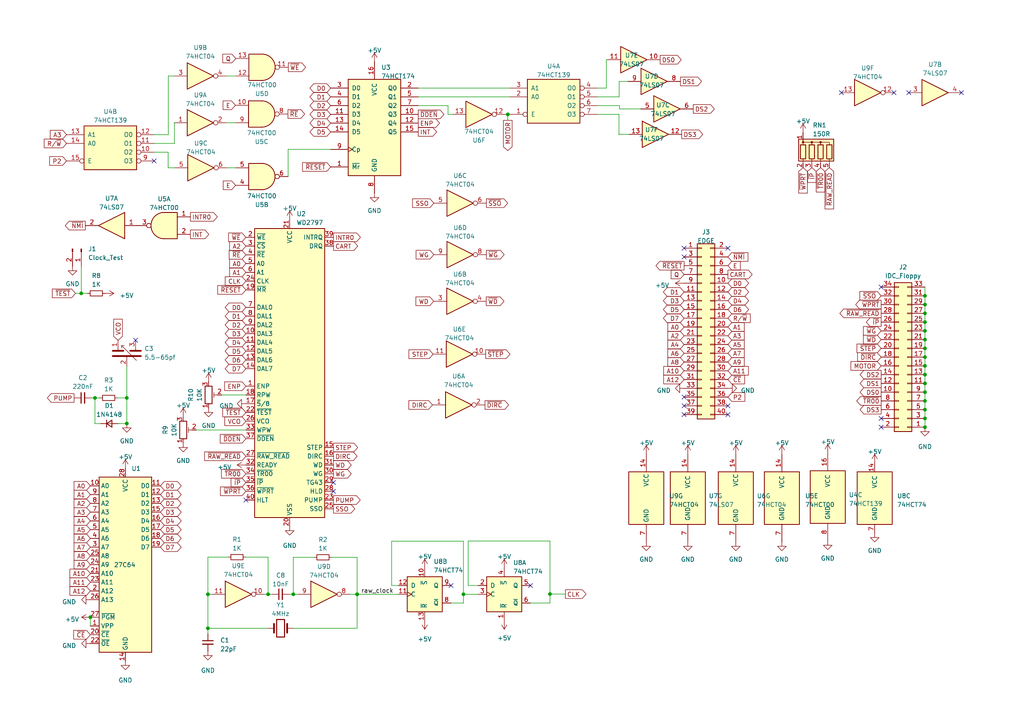
<source format=kicad_sch>
(kicad_sch (version 20230121) (generator eeschema)
  (paper "A4")
  (title_block (title "Dragon 32/64 Disk Controller") (date "2023-07-21") (rev "V0.0.4-draft"))
  (junction (at 268.2748 111.2012))
  (junction (at 268.2748 98.5012))
  (junction (at 268.2748 101.0412))
  (junction (at 77.7569 172.3644))
  (junction (at 23.5712 85.09))
  (junction (at 268.2748 123.9012))
  (junction (at 268.2748 108.6612))
  (junction (at 268.2748 118.8212))
  (junction (at 268.2748 116.2812))
  (junction (at 268.2748 85.8012))
  (junction (at 268.2748 95.9612))
  (junction (at 36.7792 122.8344))
  (junction (at 268.2748 106.1212))
  (junction (at 103.5812 172.3644))
  (junction (at 268.2748 88.3412))
  (junction (at 147.2692 33.1724))
  (junction (at 60.2996 182.2196))
  (junction (at 60.2996 172.3644))
  (junction (at 268.2748 121.3612))
  (junction (at 85.0767 172.3644))
  (junction (at 103.5812 172.3541))
  (junction (at 134.4168 172.3644))
  (junction (at 36.7792 115.4125))
  (junction (at 268.2748 93.4212))
  (junction (at 27.5378 115.4176))
  (junction (at 159.512 172.3001))
  (junction (at 268.2748 90.8812))
  (junction (at 26.2128 179.0192))
  (junction (at 268.2748 103.5812))
  (junction (at 268.2748 113.7412))
  (no_connect (at 211.1248 120.2436))
  (no_connect (at 198.4248 117.7036))
  (no_connect (at 198.4248 115.1636))
  (no_connect (at 263.6012 26.8732))
  (no_connect (at 255.5748 83.2612))
  (no_connect (at 278.8412 26.8732))
  (no_connect (at 39.3192 98.6993))
  (no_connect (at 198.4248 120.2436))
  (no_connect (at 130.81 169.8244))
  (no_connect (at 259.2832 26.8732))
  (no_connect (at 244.0432 26.8732))
  (no_connect (at 255.5748 123.9012))
  (no_connect (at 211.1248 71.9836))
  (no_connect (at 96.7232 142.494))
  (no_connect (at 44.704 46.6852))
  (no_connect (at 198.4248 71.9836))
  (no_connect (at 198.4248 74.5236))
  (no_connect (at 96.7232 139.954))
  (no_connect (at 71.3232 145.034))
  (no_connect (at 153.8732 169.8244))
  (no_connect (at 255.5748 121.3612))
  (no_connect (at 211.1248 117.7036))
  (wire (pts (xy 268.2748 88.3412) (xy 268.2748 90.8812)))
  (wire (pts (xy 60.2996 183.7944) (xy 60.2996 182.2196)))
  (wire (pts (xy 268.2748 98.5012) (xy 268.2748 101.0412)))
  (wire (pts (xy 179.5272 33.2232) (xy 179.5272 39.0144)))
  (wire (pts (xy 179.578 38.9636) (xy 182.4736 38.9636)))
  (wire (pts (xy 48.768 44.1452) (xy 44.704 44.1452)))
  (wire (pts (xy 163.9824 172.3136) (xy 163.9824 172.3001)))
  (wire (pts (xy 179.4256 33.2232) (xy 179.4256 33.1724)))
  (wire (pts (xy 129.9464 33.1724) (xy 131.318 33.1724)))
  (wire (pts (xy 268.2748 95.9612) (xy 268.2748 98.5012)))
  (wire (pts (xy 83.566 51.2064) (xy 83.566 43.3324)))
  (wire (pts (xy 185.8264 31.5976) (xy 179.6796 31.5976)))
  (wire (pts (xy 268.2748 103.5812) (xy 268.2748 106.1212)))
  (wire (pts (xy 268.2748 116.2812) (xy 268.2748 118.8212)))
  (wire (pts (xy 134.4168 156.972) (xy 113.5888 156.972)))
  (wire (pts (xy 179.578 23.622) (xy 179.578 28.0924)))
  (wire (pts (xy 103.6219 172.3541) (xy 103.5812 172.3541)))
  (wire (pts (xy 103.5812 172.3541) (xy 103.5812 172.3644)))
  (wire (pts (xy 68.3768 22.0472) (xy 65.7352 22.0472)))
  (wire (pts (xy 173.2788 30.6324) (xy 179.6796 30.6324)))
  (wire (pts (xy 268.2748 85.8012) (xy 268.2748 88.3412)))
  (wire (pts (xy 159.512 174.9044) (xy 159.512 172.3001)))
  (wire (pts (xy 64.3128 114.554) (xy 71.3232 114.554)))
  (wire (pts (xy 159.512 172.3001) (xy 159.512 156.9212)))
  (wire (pts (xy 179.5272 39.0144) (xy 179.578 39.0144)))
  (wire (pts (xy 36.7792 106.3193) (xy 36.7792 115.4125)))
  (wire (pts (xy 179.4256 33.1724) (xy 173.2788 33.1724)))
  (wire (pts (xy 50.4952 22.0472) (xy 48.8188 22.0472)))
  (wire (pts (xy 77.7569 161.5948) (xy 77.7569 172.3644)))
  (wire (pts (xy 113.5888 169.8244) (xy 115.57 169.8244)))
  (wire (pts (xy 179.578 23.622) (xy 182.118 23.622)))
  (wire (pts (xy 76.7588 172.3644) (xy 77.7569 172.3644)))
  (wire (pts (xy 23.5712 77.2668) (xy 23.5712 85.09)))
  (wire (pts (xy 50.6476 48.6664) (xy 48.768 48.6664)))
  (wire (pts (xy 268.2748 108.6612) (xy 268.2748 111.2012)))
  (wire (pts (xy 268.2748 113.7412) (xy 268.2748 116.2812)))
  (wire (pts (xy 103.6219 172.3644) (xy 115.57 172.3644)))
  (wire (pts (xy 29.1469 122.8656) (xy 27.5378 122.8656)))
  (wire (pts (xy 134.4168 172.3644) (xy 134.4168 156.972)))
  (wire (pts (xy 23.5712 85.09) (xy 25.4 85.09)))
  (wire (pts (xy 28.9748 115.4125) (xy 28.924 115.4125)))
  (wire (pts (xy 268.2748 93.4212) (xy 268.2748 95.9612)))
  (wire (pts (xy 130.81 174.9044) (xy 134.4168 174.9044)))
  (wire (pts (xy 83.566 43.3324) (xy 95.9104 43.3324)))
  (wire (pts (xy 134.4168 174.9044) (xy 134.4168 172.3644)))
  (wire (pts (xy 159.512 172.3001) (xy 163.9824 172.3001)))
  (wire (pts (xy 268.2748 83.2612) (xy 268.2748 85.8012)))
  (wire (pts (xy 86.36 172.3644) (xy 85.0767 172.3644)))
  (wire (pts (xy 34.5948 122.8344) (xy 34.5948 122.8656)))
  (wire (pts (xy 129.9464 30.6324) (xy 129.9464 33.1724)))
  (wire (pts (xy 96.2152 161.6456) (xy 103.5812 161.6456)))
  (wire (pts (xy 48.768 48.6664) (xy 48.768 44.1452)))
  (wire (pts (xy 28.924 115.4125) (xy 28.924 115.4176)))
  (wire (pts (xy 173.2788 28.0924) (xy 179.578 28.0924)))
  (wire (pts (xy 21.8948 85.09) (xy 23.5712 85.09)))
  (wire (pts (xy 50.5968 35.6108) (xy 50.5968 41.6052)))
  (wire (pts (xy 179.4256 33.2232) (xy 179.5272 33.2232)))
  (wire (pts (xy 71.2724 161.5948) (xy 77.7569 161.5948)))
  (wire (pts (xy 68.2752 35.6108) (xy 65.7352 35.6108)))
  (wire (pts (xy 268.2748 118.8212) (xy 268.2748 121.3612)))
  (wire (pts (xy 268.2748 111.2012) (xy 268.2748 113.7412)))
  (wire (pts (xy 135.7884 156.9212) (xy 135.7884 169.8244)))
  (wire (pts (xy 36.7792 122.8344) (xy 34.5948 122.8344)))
  (wire (pts (xy 268.2748 106.1212) (xy 268.2748 108.6612)))
  (wire (pts (xy 68.326 48.6664) (xy 65.8876 48.6664)))
  (wire (pts (xy 175.8696 25.5524) (xy 173.2788 25.5524)))
  (wire (pts (xy 121.3104 25.5524) (xy 147.8788 25.5524)))
  (wire (pts (xy 26.2128 179.0192) (xy 26.2128 181.5592)))
  (wire (pts (xy 85.1916 182.2196) (xy 103.5812 182.2196)))
  (wire (pts (xy 36.7792 115.4125) (xy 36.7792 122.8344)))
  (wire (pts (xy 60.2996 182.2196) (xy 77.5716 182.2196)))
  (wire (pts (xy 268.2748 90.8812) (xy 268.2748 93.4212)))
  (wire (pts (xy 268.2748 121.3612) (xy 268.2748 123.9012)))
  (wire (pts (xy 179.6796 31.5976) (xy 179.6796 30.6324)))
  (wire (pts (xy 103.5812 172.3644) (xy 101.6 172.3644)))
  (wire (pts (xy 146.558 33.1724) (xy 147.2692 33.1724)))
  (wire (pts (xy 268.2748 101.0412) (xy 268.2748 103.5812)))
  (wire (pts (xy 103.5812 182.2196) (xy 103.5812 172.3644)))
  (wire (pts (xy 48.8188 39.0652) (xy 44.704 39.0652)))
  (wire (pts (xy 175.8696 17.3228) (xy 176.2252 17.3228)))
  (wire (pts (xy 103.5812 161.6456) (xy 103.5812 172.3541)))
  (wire (pts (xy 153.8732 174.9044) (xy 159.512 174.9044)))
  (wire (pts (xy 48.8188 22.0472) (xy 48.8188 39.0652)))
  (wire (pts (xy 85.0767 172.3644) (xy 83.9216 172.3644)))
  (wire (pts (xy 60.2996 182.2196) (xy 60.2996 172.3644)))
  (wire (pts (xy 28.924 115.4176) (xy 27.5378 115.4176)))
  (wire (pts (xy 77.7569 172.3644) (xy 78.8416 172.3644)))
  (wire (pts (xy 50.4952 35.6108) (xy 50.5968 35.6108)))
  (wire (pts (xy 135.7884 169.8244) (xy 138.6332 169.8244)))
  (wire (pts (xy 60.2996 161.5948) (xy 60.2996 172.3644)))
  (wire (pts (xy 27.5378 122.8656) (xy 27.5378 115.4176)))
  (wire (pts (xy 85.0767 161.6456) (xy 85.0767 172.3644)))
  (wire (pts (xy 34.5948 122.8656) (xy 34.2269 122.8656)))
  (wire (pts (xy 34.0548 115.4125) (xy 36.7792 115.4125)))
  (wire (pts (xy 159.512 156.9212) (xy 135.7884 156.9212)))
  (wire (pts (xy 60.2996 172.3644) (xy 61.5188 172.3644)))
  (wire (pts (xy 175.8696 17.3228) (xy 175.8696 25.5524)))
  (wire (pts (xy 113.5888 156.972) (xy 113.5888 169.8244)))
  (wire (pts (xy 147.2692 34.8996) (xy 147.2692 33.1724)))
  (wire (pts (xy 147.2692 33.1724) (xy 147.8788 33.1724)))
  (wire (pts (xy 179.578 39.0144) (xy 179.578 38.9636)))
  (wire (pts (xy 134.4168 172.3644) (xy 138.6332 172.3644)))
  (wire (pts (xy 27.5378 115.4176) (xy 26.5684 115.4176)))
  (wire (pts (xy 103.6219 172.3644) (xy 103.6219 172.3541)))
  (wire (pts (xy 56.9468 124.714) (xy 71.3232 124.714)))
  (wire (pts (xy 66.1924 161.5948) (xy 60.2996 161.5948)))
  (wire (pts (xy 50.5968 41.6052) (xy 44.704 41.6052)))
  (wire (pts (xy 121.3104 30.6324) (xy 129.9464 30.6324)))
  (wire (pts (xy 121.3104 28.0924) (xy 147.8788 28.0924)))
  (wire (pts (xy 91.1352 161.6456) (xy 85.0767 161.6456)))
  (label "raw_clock" (at 104.6988 172.3644 0))
  (global_label "A0" (shape input) (at 198.4248 94.8436 180) (property "Intersheetrefs" "${INTERSHEET_REFS}" (effects hide)))
  (global_label "D2" (shape bidirectional) (at 95.9104 30.6324 180) (property "Intersheetrefs" "${INTERSHEET_REFS}" (effects hide)))
  (global_label "VCO" (shape input) (at 34.2392 98.6993 90) (property "Intersheetrefs" "${INTERSHEET_REFS}" (effects hide)))
  (global_label "D1" (shape bidirectional) (at 198.4248 84.6836 180) (property "Intersheetrefs" "${INTERSHEET_REFS}" (effects hide)))
  (global_label "SSO" (shape input) (at 125.8316 58.928 180) (property "Intersheetrefs" "${INTERSHEET_REFS}" (effects hide)))
  (global_label "~{TR00}" (shape input) (at 71.3232 137.414 180) (property "Intersheetrefs" "${INTERSHEET_REFS}" (effects hide)))
  (global_label "~{RAW_READ}" (shape input) (at 240.538 48.6156 270) (property "Intersheetrefs" "${INTERSHEET_REFS}" (effects hide)))
  (global_label "D5" (shape bidirectional) (at 46.5328 153.6192 0) (property "Intersheetrefs" "${INTERSHEET_REFS}" (effects hide)))
  (global_label "~{TR00}" (shape input) (at 237.998 48.6156 270) (property "Intersheetrefs" "${INTERSHEET_REFS}" (effects hide)))
  (global_label "~{WPRT}" (shape input) (at 232.918 48.6156 270) (property "Intersheetrefs" "${INTERSHEET_REFS}" (effects hide)))
  (global_label "~{DIRC}" (shape input) (at 255.5748 103.5812 180) (property "Intersheetrefs" "${INTERSHEET_REFS}" (effects hide)))
  (global_label "D6" (shape bidirectional) (at 46.5328 156.1592 0) (property "Intersheetrefs" "${INTERSHEET_REFS}" (effects hide)))
  (global_label "DS3" (shape output) (at 197.7136 38.9636 0) (property "Intersheetrefs" "${INTERSHEET_REFS}" (effects hide)))
  (global_label "R{slash}~{W}" (shape input) (at 19.304 41.6052 180) (property "Intersheetrefs" "${INTERSHEET_REFS}" (effects hide)))
  (global_label "~{IP}" (shape output) (at 255.5748 93.4212 180) (property "Intersheetrefs" "${INTERSHEET_REFS}" (effects hide)))
  (global_label "MOTOR" (shape input) (at 255.5748 106.1212 180) (property "Intersheetrefs" "${INTERSHEET_REFS}" (effects hide)))
  (global_label "A3" (shape input) (at 211.1248 97.3836 0) (property "Intersheetrefs" "${INTERSHEET_REFS}" (effects hide)))
  (global_label "PUMP" (shape output) (at 96.7232 145.034 0) (property "Intersheetrefs" "${INTERSHEET_REFS}" (effects hide)))
  (global_label "A2" (shape input) (at 198.4248 97.3836 180) (property "Intersheetrefs" "${INTERSHEET_REFS}" (effects hide)))
  (global_label "A3" (shape input) (at 26.2128 148.5392 180) (property "Intersheetrefs" "${INTERSHEET_REFS}" (effects hide)))
  (global_label "~{DDEN}" (shape output) (at 121.3104 33.1724 0) (property "Intersheetrefs" "${INTERSHEET_REFS}" (effects hide)))
  (global_label "A3" (shape input) (at 19.304 39.0652 180) (property "Intersheetrefs" "${INTERSHEET_REFS}" (effects hide)))
  (global_label "~{SSO}" (shape input) (at 255.5748 85.8012 180) (property "Intersheetrefs" "${INTERSHEET_REFS}" (effects hide)))
  (global_label "D3" (shape bidirectional) (at 46.5328 148.5392 0) (property "Intersheetrefs" "${INTERSHEET_REFS}" (effects hide)))
  (global_label "VCO" (shape input) (at 71.3232 122.174 180) (property "Intersheetrefs" "${INTERSHEET_REFS}" (effects hide)))
  (global_label "D7" (shape bidirectional) (at 198.4248 92.3036 180) (property "Intersheetrefs" "${INTERSHEET_REFS}" (effects hide)))
  (global_label "DS2" (shape output) (at 201.0664 31.5976 0) (property "Intersheetrefs" "${INTERSHEET_REFS}" (effects hide)))
  (global_label "DS1" (shape output) (at 197.358 23.622 0) (property "Intersheetrefs" "${INTERSHEET_REFS}" (effects hide)))
  (global_label "D3" (shape bidirectional) (at 71.3232 96.774 180) (property "Intersheetrefs" "${INTERSHEET_REFS}" (effects hide)))
  (global_label "~{RESET}" (shape output) (at 198.4248 77.0636 180) (property "Intersheetrefs" "${INTERSHEET_REFS}" (effects hide)))
  (global_label "~{TEST}" (shape input) (at 21.8948 85.09 180) (property "Intersheetrefs" "${INTERSHEET_REFS}" (effects hide)))
  (global_label "~{DDEN}" (shape input) (at 71.3232 127.254 180) (property "Intersheetrefs" "${INTERSHEET_REFS}" (effects hide)))
  (global_label "A5" (shape input) (at 211.1248 99.9236 0) (property "Intersheetrefs" "${INTERSHEET_REFS}" (effects hide)))
  (global_label "ENP" (shape output) (at 121.3104 35.7124 0) (property "Intersheetrefs" "${INTERSHEET_REFS}" (effects hide)))
  (global_label "~{RE}" (shape input) (at 71.3232 73.914 180) (property "Intersheetrefs" "${INTERSHEET_REFS}" (effects hide)))
  (global_label "A0" (shape input) (at 71.3232 76.454 180) (property "Intersheetrefs" "${INTERSHEET_REFS}" (effects hide)))
  (global_label "A10" (shape input) (at 26.2128 166.3192 180) (property "Intersheetrefs" "${INTERSHEET_REFS}" (effects hide)))
  (global_label "DS0" (shape output) (at 191.4652 17.3228 0) (property "Intersheetrefs" "${INTERSHEET_REFS}" (effects hide)))
  (global_label "A0" (shape input) (at 26.2128 140.9192 180) (property "Intersheetrefs" "${INTERSHEET_REFS}" (effects hide)))
  (global_label "D4" (shape bidirectional) (at 95.9104 35.7124 180) (property "Intersheetrefs" "${INTERSHEET_REFS}" (effects hide)))
  (global_label "Q" (shape input) (at 198.4248 79.6036 180) (property "Intersheetrefs" "${INTERSHEET_REFS}" (effects hide)))
  (global_label "WG" (shape input) (at 125.8316 73.8632 180) (property "Intersheetrefs" "${INTERSHEET_REFS}" (effects hide)))
  (global_label "D6" (shape bidirectional) (at 71.3232 104.394 180) (property "Intersheetrefs" "${INTERSHEET_REFS}" (effects hide)))
  (global_label "~{WD}" (shape output) (at 141.0208 87.376 0) (property "Intersheetrefs" "${INTERSHEET_REFS}" (effects hide)))
  (global_label "~{SSO}" (shape output) (at 141.0716 58.928 0) (property "Intersheetrefs" "${INTERSHEET_REFS}" (effects hide)))
  (global_label "~{WE}" (shape output) (at 83.6168 19.5072 0) (property "Intersheetrefs" "${INTERSHEET_REFS}" (effects hide)))
  (global_label "A7" (shape input) (at 211.1248 102.4636 0) (property "Intersheetrefs" "${INTERSHEET_REFS}" (effects hide)))
  (global_label "D4" (shape bidirectional) (at 211.1248 87.2236 0) (property "Intersheetrefs" "${INTERSHEET_REFS}" (effects hide)))
  (global_label "~{WE}" (shape input) (at 71.3232 68.834 180) (property "Intersheetrefs" "${INTERSHEET_REFS}" (effects hide)))
  (global_label "E" (shape input) (at 68.2752 30.5308 180) (property "Intersheetrefs" "${INTERSHEET_REFS}" (effects hide)))
  (global_label "ENP" (shape input) (at 71.3232 112.014 180) (property "Intersheetrefs" "${INTERSHEET_REFS}" (effects hide)))
  (global_label "WD" (shape input) (at 125.7808 87.376 180) (property "Intersheetrefs" "${INTERSHEET_REFS}" (effects hide)))
  (global_label "D5" (shape bidirectional) (at 95.9104 38.2524 180) (property "Intersheetrefs" "${INTERSHEET_REFS}" (effects hide)))
  (global_label "~{CE}" (shape input) (at 211.1248 110.0836 0) (property "Intersheetrefs" "${INTERSHEET_REFS}" (effects hide)))
  (global_label "~{WD}" (shape input) (at 255.5748 98.5012 180) (property "Intersheetrefs" "${INTERSHEET_REFS}" (effects hide)))
  (global_label "STEP" (shape output) (at 96.7232 129.794 0) (property "Intersheetrefs" "${INTERSHEET_REFS}" (effects hide)))
  (global_label "INT" (shape output) (at 121.3104 38.2524 0) (property "Intersheetrefs" "${INTERSHEET_REFS}" (effects hide)))
  (global_label "~{RE}" (shape output) (at 83.5152 33.0708 0) (property "Intersheetrefs" "${INTERSHEET_REFS}" (effects hide)))
  (global_label "A10" (shape input) (at 198.4248 107.5436 180) (property "Intersheetrefs" "${INTERSHEET_REFS}" (effects hide)))
  (global_label "A6" (shape input) (at 26.2128 156.1592 180) (property "Intersheetrefs" "${INTERSHEET_REFS}" (effects hide)))
  (global_label "D2" (shape bidirectional) (at 71.3232 94.234 180) (property "Intersheetrefs" "${INTERSHEET_REFS}" (effects hide)))
  (global_label "A4" (shape input) (at 26.2128 151.0792 180) (property "Intersheetrefs" "${INTERSHEET_REFS}" (effects hide)))
  (global_label "D6" (shape bidirectional) (at 211.1248 89.7636 0) (property "Intersheetrefs" "${INTERSHEET_REFS}" (effects hide)))
  (global_label "D5" (shape bidirectional) (at 71.3232 101.854 180) (property "Intersheetrefs" "${INTERSHEET_REFS}" (effects hide)))
  (global_label "INTR0" (shape output) (at 96.7232 68.834 0) (property "Intersheetrefs" "${INTERSHEET_REFS}" (effects hide)))
  (global_label "A12" (shape input) (at 198.4248 110.0836 180) (property "Intersheetrefs" "${INTERSHEET_REFS}" (effects hide)))
  (global_label "~{STEP}" (shape input) (at 255.5748 101.0412 180) (property "Intersheetrefs" "${INTERSHEET_REFS}" (effects hide)))
  (global_label "A8" (shape input) (at 26.2128 161.2392 180) (property "Intersheetrefs" "${INTERSHEET_REFS}" (effects hide)))
  (global_label "A12" (shape input) (at 26.2128 171.3992 180) (property "Intersheetrefs" "${INTERSHEET_REFS}" (effects hide)))
  (global_label "A8" (shape input) (at 198.4248 105.0036 180) (property "Intersheetrefs" "${INTERSHEET_REFS}" (effects hide)))
  (global_label "~{RESET}" (shape input) (at 95.9104 48.4124 180) (property "Intersheetrefs" "${INTERSHEET_REFS}" (effects hide)))
  (global_label "D0" (shape bidirectional) (at 95.9104 25.5524 180) (property "Intersheetrefs" "${INTERSHEET_REFS}" (effects hide)))
  (global_label "R{slash}~{W}" (shape input) (at 211.1248 92.3036 0) (property "Intersheetrefs" "${INTERSHEET_REFS}" (effects hide)))
  (global_label "A1" (shape input) (at 211.1248 94.8436 0) (property "Intersheetrefs" "${INTERSHEET_REFS}" (effects hide)))
  (global_label "PUMP" (shape output) (at 21.4884 115.4176 180) (property "Intersheetrefs" "${INTERSHEET_REFS}" (effects hide)))
  (global_label "DS3" (shape output) (at 255.5748 118.8212 180) (property "Intersheetrefs" "${INTERSHEET_REFS}" (effects hide)))
  (global_label "~{STEP}" (shape output) (at 140.8684 102.7176 0) (property "Intersheetrefs" "${INTERSHEET_REFS}" (effects hide)))
  (global_label "E" (shape input) (at 68.326 53.7464 180) (property "Intersheetrefs" "${INTERSHEET_REFS}" (effects hide)))
  (global_label "D4" (shape bidirectional) (at 46.5328 151.0792 0) (property "Intersheetrefs" "${INTERSHEET_REFS}" (effects hide)))
  (global_label "DS1" (shape output) (at 255.5748 111.2012 180) (property "Intersheetrefs" "${INTERSHEET_REFS}" (effects hide)))
  (global_label "P2" (shape input) (at 19.304 46.6852 180) (property "Intersheetrefs" "${INTERSHEET_REFS}" (effects hide)))
  (global_label "~{TR00}" (shape output) (at 255.5748 116.2812 180) (property "Intersheetrefs" "${INTERSHEET_REFS}" (effects hide)))
  (global_label "Q" (shape input) (at 68.3768 16.9672 180) (property "Intersheetrefs" "${INTERSHEET_REFS}" (effects hide)))
  (global_label "STEP" (shape input) (at 125.6284 102.7176 180) (property "Intersheetrefs" "${INTERSHEET_REFS}" (effects hide)))
  (global_label "D7" (shape bidirectional) (at 71.3232 106.934 180) (property "Intersheetrefs" "${INTERSHEET_REFS}" (effects hide)))
  (global_label "D0" (shape bidirectional) (at 211.1248 82.1436 0) (property "Intersheetrefs" "${INTERSHEET_REFS}" (effects hide)))
  (global_label "D3" (shape bidirectional) (at 198.4248 87.2236 180) (property "Intersheetrefs" "${INTERSHEET_REFS}" (effects hide)))
  (global_label "A4" (shape input) (at 198.4248 99.9236 180) (property "Intersheetrefs" "${INTERSHEET_REFS}" (effects hide)))
  (global_label "~{WPRT}" (shape input) (at 71.3232 142.494 180) (property "Intersheetrefs" "${INTERSHEET_REFS}" (effects hide)))
  (global_label "A5" (shape input) (at 26.2128 153.6192 180) (property "Intersheetrefs" "${INTERSHEET_REFS}" (effects hide)))
  (global_label "DIRC" (shape input) (at 125.4252 117.4496 180) (property "Intersheetrefs" "${INTERSHEET_REFS}" (effects hide)))
  (global_label "~{WPRT}" (shape output) (at 255.5748 88.3412 180) (property "Intersheetrefs" "${INTERSHEET_REFS}" (effects hide)))
  (global_label "D7" (shape bidirectional) (at 46.5328 158.6992 0) (property "Intersheetrefs" "${INTERSHEET_REFS}" (effects hide)))
  (global_label "A2" (shape input) (at 26.2128 145.9992 180) (property "Intersheetrefs" "${INTERSHEET_REFS}" (effects hide)))
  (global_label "A2" (shape input) (at 71.3232 71.374 180) (property "Intersheetrefs" "${INTERSHEET_REFS}" (effects hide)))
  (global_label "~{DIRC}" (shape output) (at 140.6652 117.4496 0) (property "Intersheetrefs" "${INTERSHEET_REFS}" (effects hide)))
  (global_label "MOTOR" (shape output) (at 147.2692 34.8996 270) (property "Intersheetrefs" "${INTERSHEET_REFS}" (effects hide)))
  (global_label "~{WG}" (shape output) (at 141.0716 73.8632 0) (property "Intersheetrefs" "${INTERSHEET_REFS}" (effects hide)))
  (global_label "DIRC" (shape output) (at 96.7232 132.334 0) (property "Intersheetrefs" "${INTERSHEET_REFS}" (effects hide)))
  (global_label "SSO" (shape output) (at 96.7232 147.574 0) (property "Intersheetrefs" "${INTERSHEET_REFS}" (effects hide)))
  (global_label "CLK" (shape input) (at 71.3232 81.534 180) (property "Intersheetrefs" "${INTERSHEET_REFS}" (effects hide)))
  (global_label "INT" (shape output) (at 55.2196 67.9704 0) (property "Intersheetrefs" "${INTERSHEET_REFS}" (effects hide)))
  (global_label "~{TEST}" (shape input) (at 71.3232 119.634 180) (property "Intersheetrefs" "${INTERSHEET_REFS}" (effects hide)))
  (global_label "A9" (shape input) (at 26.2128 163.7792 180) (property "Intersheetrefs" "${INTERSHEET_REFS}" (effects hide)))
  (global_label "~{CE}" (shape input) (at 26.2128 184.0992 180) (property "Intersheetrefs" "${INTERSHEET_REFS}" (effects hide)))
  (global_label "A11" (shape input) (at 26.2128 168.8592 180) (property "Intersheetrefs" "${INTERSHEET_REFS}" (effects hide)))
  (global_label "E" (shape input) (at 211.1248 77.0636 0) (property "Intersheetrefs" "${INTERSHEET_REFS}" (effects hide)))
  (global_label "~{IP}" (shape input) (at 235.458 48.6156 270) (property "Intersheetrefs" "${INTERSHEET_REFS}" (effects hide)))
  (global_label "~{IP}" (shape input) (at 71.3232 139.954 180) (property "Intersheetrefs" "${INTERSHEET_REFS}" (effects hide)))
  (global_label "CART" (shape output) (at 96.7232 71.374 0) (property "Intersheetrefs" "${INTERSHEET_REFS}" (effects hide)))
  (global_label "D2" (shape bidirectional) (at 211.1248 84.6836 0) (property "Intersheetrefs" "${INTERSHEET_REFS}" (effects hide)))
  (global_label "A6" (shape input) (at 198.4248 102.4636 180) (property "Intersheetrefs" "${INTERSHEET_REFS}" (effects hide)))
  (global_label "~{NMI}" (shape input) (at 211.1248 74.5236 0) (property "Intersheetrefs" "${INTERSHEET_REFS}" (effects hide)))
  (global_label "DS2" (shape output) (at 255.5748 108.6612 180) (property "Intersheetrefs" "${INTERSHEET_REFS}" (effects hide)))
  (global_label "~{WG}" (shape input) (at 255.5748 95.9612 180) (property "Intersheetrefs" "${INTERSHEET_REFS}" (effects hide)))
  (global_label "~{RAW_READ}" (shape input) (at 71.3232 132.334 180) (property "Intersheetrefs" "${INTERSHEET_REFS}" (effects hide)))
  (global_label "D1" (shape bidirectional) (at 46.5328 143.4592 0) (property "Intersheetrefs" "${INTERSHEET_REFS}" (effects hide)))
  (global_label "CART" (shape output) (at 211.1248 79.6036 0) (property "Intersheetrefs" "${INTERSHEET_REFS}" (effects hide)))
  (global_label "A9" (shape input) (at 211.1248 105.0036 0) (property "Intersheetrefs" "${INTERSHEET_REFS}" (effects hide)))
  (global_label "~{RESET}" (shape input) (at 71.3232 84.074 180) (property "Intersheetrefs" "${INTERSHEET_REFS}" (effects hide)))
  (global_label "P2" (shape input) (at 211.1248 115.1636 0) (property "Intersheetrefs" "${INTERSHEET_REFS}" (effects hide)))
  (global_label "D0" (shape bidirectional) (at 46.5328 140.9192 0) (property "Intersheetrefs" "${INTERSHEET_REFS}" (effects hide)))
  (global_label "D5" (shape bidirectional) (at 198.4248 89.7636 180) (property "Intersheetrefs" "${INTERSHEET_REFS}" (effects hide)))
  (global_label "D1" (shape bidirectional) (at 95.9104 28.0924 180) (property "Intersheetrefs" "${INTERSHEET_REFS}" (effects hide)))
  (global_label "D1" (shape bidirectional) (at 71.3232 91.694 180) (property "Intersheetrefs" "${INTERSHEET_REFS}" (effects hide)))
  (global_label "~{RAW_READ}" (shape output) (at 255.5748 90.8812 180) (property "Intersheetrefs" "${INTERSHEET_REFS}" (effects hide)))
  (global_label "A7" (shape input) (at 26.2128 158.6992 180) (property "Intersheetrefs" "${INTERSHEET_REFS}" (effects hide)))
  (global_label "INTR0" (shape output) (at 55.2196 62.8904 0) (property "Intersheetrefs" "${INTERSHEET_REFS}" (effects hide)))
  (global_label "D3" (shape bidirectional) (at 95.9104 33.1724 180) (property "Intersheetrefs" "${INTERSHEET_REFS}" (effects hide)))
  (global_label "~{NMI}" (shape output) (at 24.7396 65.4304 180) (property "Intersheetrefs" "${INTERSHEET_REFS}" (effects hide)))
  (global_label "D2" (shape bidirectional) (at 46.5328 145.9992 0) (property "Intersheetrefs" "${INTERSHEET_REFS}" (effects hide)))
  (global_label "A1" (shape input) (at 71.3232 78.994 180) (property "Intersheetrefs" "${INTERSHEET_REFS}" (effects hide)))
  (global_label "A11" (shape input) (at 211.1248 107.5436 0) (property "Intersheetrefs" "${INTERSHEET_REFS}" (effects hide)))
  (global_label "D0" (shape bidirectional) (at 71.3232 89.154 180) (property "Intersheetrefs" "${INTERSHEET_REFS}" (effects hide)))
  (global_label "WG" (shape output) (at 96.7232 137.414 0) (property "Intersheetrefs" "${INTERSHEET_REFS}" (effects hide)))
  (global_label "CLK" (shape output) (at 163.9824 172.3136 0) (property "Intersheetrefs" "${INTERSHEET_REFS}" (effects hide)))
  (global_label "D4" (shape bidirectional) (at 71.3232 99.314 180) (property "Intersheetrefs" "${INTERSHEET_REFS}" (effects hide)))
  (global_label "WD" (shape output) (at 96.7232 134.874 0) (property "Intersheetrefs" "${INTERSHEET_REFS}" (effects hide)))
  (global_label "DS0" (shape output) (at 255.5748 113.7412 180) (property "Intersheetrefs" "${INTERSHEET_REFS}" (effects hide)))
  (global_label "A1" (shape input) (at 26.2128 143.4592 180) (property "Intersheetrefs" "${INTERSHEET_REFS}" (effects hide)))
  (symbol (lib_id "power:GND") (at 36.3728 191.7192 0) (unit 1)
    (property "Reference" "#PWR02" (effects hide))
    (property "Value" "GND" (at 36.3728 197.3072 0))
  )
  (symbol (lib_id "power:+5V") (at 226.7712 131.7752 0) (unit 1)
    (property "Reference" "#PWR028" (effects hide))
    (property "Value" "+5V" (at 226.7712 128.4732 0))
  )
  (symbol (lib_id "Dos_Controller:7417") (at 189.738 23.622 0) (unit 4)
    (property "Reference" "U7" (at 189.0268 22.1488 0))
    (property "Value" "74LS07" (at 189.0268 24.6888 0))
    (property "Footprint" "Package_SO:SOIC-14_3.9x8.7mm_P1.27mm" (effects hide))
    (property "Datasheet" "www.ti.com/lit/ds/symlink/sn74ls07.pdf" (effects hide))
    (property "DigiKey" "296-14877-1-ND" (effects hide))
  )
  (symbol (lib_id "power:GND") (at 53.1368 128.524 0) (unit 1)
    (property "Reference" "#PWR017" (effects hide))
    (property "Value" "GND" (at 53.1368 133.604 0))
  )
  (symbol (lib_id "74xx:74LS174") (at 108.6104 35.7124 0) (unit 1)
    (property "Reference" "U3" (at 110.5663 19.558 0) (effects (justify left)))
    (property "Value" "74HCT174" (at 110.5663 22.098 0) (effects (justify left)))
    (property "Footprint" "Package_SO:SOIC-16_3.9x9.9mm_P1.27mm" (effects hide))
    (property "Datasheet" "https://www.ti.com/lit/ds/symlink/cd74hc174.pdf?HQS=dis-dk-null-digikeymode-dsf-pf-null-wwe&ts=1688640540815&ref_url=https%253A%252F%252Fwww.ti.com%252Fgeneral%252Fdocs%252Fsuppproductinfo.tsp%253FdistId%253D10%2526gotoUrl%253Dhttps%253A%252F%252Fwww.ti.com%252Flit%252Fgpn%252Fcd74hc174" (effects hide))
    (property "DigiKey" "296-9260-5-ND" (effects hide))
  )
  (symbol (lib_id "Dos_Controller:7417") (at 190.0936 38.9636 0) (unit 6)
    (property "Reference" "U7" (at 188.976 37.6428 0))
    (property "Value" "74LS07" (at 188.976 40.1828 0))
    (property "Footprint" "Package_SO:SOIC-14_3.9x8.7mm_P1.27mm" (effects hide))
    (property "Datasheet" "www.ti.com/lit/ds/symlink/sn74ls07.pdf" (effects hide))
    (property "DigiKey" "296-14877-1-ND" (effects hide))
  )
  (symbol (lib_id "Dos_Controller:7417") (at 193.4464 31.5976 0) (unit 3)
    (property "Reference" "U7" (at 192.3288 30.48 0))
    (property "Value" "74LS07" (at 192.3288 33.02 0))
    (property "Footprint" "Package_SO:SOIC-14_3.9x8.7mm_P1.27mm" (effects hide))
    (property "Datasheet" "www.ti.com/lit/ds/symlink/sn74ls07.pdf" (effects hide))
    (property "DigiKey" "296-14877-1-ND" (effects hide))
  )
  (symbol (lib_id "power:GND") (at 60.2996 188.8744 0) (unit 1)
    (property "Reference" "#PWR05" (effects hide))
    (property "Value" "GND" (at 60.2996 194.4624 0))
  )
  (symbol (lib_id "Device:C_Small") (at 81.3816 172.3644 90) (unit 1)
    (property "Reference" "C8" (at 81.3879 166.878 90))
    (property "Value" "10nF" (at 81.3879 169.418 90))
    (property "Footprint" "Capacitor_SMD:C_0805_2012Metric_Pad1.18x1.45mm_HandSolder" (effects hide))
  )
  (symbol (lib_id "power:GND") (at 187.452 157.1752 0) (unit 1)
    (property "Reference" "#PWR035" (effects hide))
    (property "Value" "GND" (at 187.452 162.2552 0))
  )
  (symbol (lib_id "Dos_Controller:7416") (at 133.4516 73.8632 0) (unit 4)
    (property "Reference" "U6" (at 133.4516 66.04 0))
    (property "Value" "74HCT04" (at 133.4516 68.58 0))
    (property "Footprint" "Package_SO:SOIC-14_3.9x8.7mm_P1.27mm" (effects hide))
    (property "Datasheet" "https://www.ti.com/lit/ds/scls042e/scls042e.pdf" (effects hide))
    (property "DigiKey" "296-1205-1-ND" (effects hide))
  )
  (symbol (lib_id "Device:C_Small") (at 60.2996 186.3344 0) (unit 1)
    (property "Reference" "C1" (at 63.8556 185.7057 0) (effects (justify left)))
    (property "Value" "22pF" (at 63.8556 188.2457 0) (effects (justify left)))
    (property "Footprint" "Capacitor_SMD:C_0805_2012Metric_Pad1.18x1.45mm_HandSolder" (effects hide))
  )
  (symbol (lib_id "Device:R_Potentiometer_Trim") (at 60.5028 114.554 0) (mirror x) (unit 1)
    (property "Reference" "R10" (at 55.3212 114.554 90))
    (property "Value" "10K" (at 57.8612 114.554 90))
    (property "Footprint" "Potentiometer_THT:Potentiometer_Bourns_3296Y_Vertical" (effects hide))
  )
  (symbol (lib_id "power:+5V") (at 123.19 179.9844 180) (unit 1)
    (property "Reference" "#PWR07" (effects hide))
    (property "Value" "+5V" (at 123.19 185.3692 0))
  )
  (symbol (lib_id "Device:R_Small") (at 31.5148 115.4125 270) (unit 1)
    (property "Reference" "R3" (at 31.5148 110.2817 90))
    (property "Value" "1K" (at 31.5148 112.8217 90))
    (property "Footprint" "Resistor_SMD:R_0805_2012Metric_Pad1.20x1.40mm_HandSolder" (effects hide))
  )
  (symbol (lib_id "74xx:74LS04") (at 187.452 144.4752 0) (unit 7)
    (property "Reference" "U9" (at 194.1068 143.8402 0) (effects (justify left)))
    (property "Value" "74HCT04" (at 194.1068 146.3802 0) (effects (justify left)))
    (property "Footprint" "Package_SO:SOIC-14_3.9x8.7mm_P1.27mm" (effects hide))
    (property "Datasheet" "https://www.ti.com/lit/ds/scls042e/scls042e.pdf" (effects hide))
    (property "DigiKey" "296-1205-1-ND" (effects hide))
  )
  (symbol (lib_id "power:GND") (at 21.0312 77.2668 0) (unit 1)
    (property "Reference" "#PWR020" (effects hide))
    (property "Value" "GND" (at 21.0312 82.3468 0))
  )
  (symbol (lib_id "74xx:74LS00") (at 75.8952 33.0708 0) (mirror x) (unit 3)
    (property "Reference" "U5" (at 75.8869 41.0972 0))
    (property "Value" "74HCT00" (at 75.8869 38.5572 0))
    (property "Footprint" "Package_SO:SOIC-14_3.9x8.7mm_P1.27mm" (effects hide))
    (property "Datasheet" "https://www.ti.com/lit/ds/symlink/sn74hct00.pdf?HQS=dis-dk-null-digikeymode-dsf-pf-null-wwe&ts=1688641833233&ref_url=https%253A%252F%252Fwww.ti.com%252Fgeneral%252Fdocs%252Fsuppproductinfo.tsp%253FdistId%253D10%2526gotoUrl%253Dhttps%253A%252F%252Fwww.ti.com%252Flit%252Fgpn%252Fsn74hct00" (effects hide))
    (property "DigiKey" "296-14860-1-ND" (effects hide))
  )
  (symbol (lib_id "74xx:74LS00") (at 75.946 51.2064 0) (mirror x) (unit 2)
    (property "Reference" "U5" (at 75.9377 59.3852 0))
    (property "Value" "74HCT00" (at 75.9377 56.8452 0))
    (property "Footprint" "Package_SO:SOIC-14_3.9x8.7mm_P1.27mm" (effects hide))
    (property "Datasheet" "https://www.ti.com/lit/ds/symlink/sn74hct00.pdf?HQS=dis-dk-null-digikeymode-dsf-pf-null-wwe&ts=1688641833233&ref_url=https%253A%252F%252Fwww.ti.com%252Fgeneral%252Fdocs%252Fsuppproductinfo.tsp%253FdistId%253D10%2526gotoUrl%253Dhttps%253A%252F%252Fwww.ti.com%252Flit%252Fgpn%252Fsn74hct00" (effects hide))
    (property "DigiKey" "296-14860-1-ND" (effects hide))
  )
  (symbol (lib_id "power:GND") (at 26.2128 186.6392 270) (unit 1)
    (property "Reference" "#PWR04" (effects hide))
    (property "Value" "GND" (at 22.098 187.2742 90) (effects (justify right)))
  )
  (symbol (lib_id "power:+5V") (at 146.2532 179.9844 180) (unit 1)
    (property "Reference" "#PWR09" (effects hide))
    (property "Value" "+5V" (at 146.2532 185.0644 0))
  )
  (symbol (lib_id "Dos_Controller:7416") (at 213.4108 144.4752 0) (unit 7)
    (property "Reference" "U6" (at 219.5068 143.8402 0) (effects (justify left)))
    (property "Value" "74HCT04" (at 219.5068 146.3802 0) (effects (justify left)))
    (property "Footprint" "Package_SO:SOIC-14_3.9x8.7mm_P1.27mm" (effects hide))
    (property "Datasheet" "https://www.ti.com/lit/ds/scls042e/scls042e.pdf" (effects hide))
    (property "DigiKey" "296-1205-1-ND" (effects hide))
  )
  (symbol (lib_id "74xx:74LS04") (at 58.2676 48.6664 0) (unit 3)
    (property "Reference" "U9" (at 58.2676 41.5544 0))
    (property "Value" "74HCT04" (at 58.2676 44.0944 0))
    (property "Footprint" "Package_SO:SOIC-14_3.9x8.7mm_P1.27mm" (effects hide))
    (property "Datasheet" "https://www.ti.com/lit/ds/scls042e/scls042e.pdf" (effects hide))
    (property "DigiKey" "296-1205-1-ND" (effects hide))
  )
  (symbol (lib_id "power:+5V") (at 253.6952 134.3152 0) (unit 1)
    (property "Reference" "#PWR030" (effects hide))
    (property "Value" "+5V" (at 253.6952 131.0132 0))
  )
  (symbol (lib_id "power:GND") (at 240.0808 156.8704 0) (unit 1)
    (property "Reference" "#PWR031" (effects hide))
    (property "Value" "GND" (at 240.0808 161.9504 0))
  )
  (symbol (lib_id "power:GND") (at 36.7792 122.8344 0) (unit 1)
    (property "Reference" "#PWR018" (effects hide))
    (property "Value" "GND" (at 36.7792 127.9144 0))
  )
  (symbol (lib_id "74xx:74LS00") (at 226.7712 144.4752 0) (unit 5)
    (property "Reference" "U5" (at 233.4768 143.8402 0) (effects (justify left)))
    (property "Value" "74HCT00" (at 233.4768 146.3802 0) (effects (justify left)))
    (property "Footprint" "Package_SO:SOIC-14_3.9x8.7mm_P1.27mm" (effects hide))
    (property "Datasheet" "https://www.ti.com/lit/ds/symlink/sn74hct00.pdf?HQS=dis-dk-null-digikeymode-dsf-pf-null-wwe&ts=1688641833233&ref_url=https%253A%252F%252Fwww.ti.com%252Fgeneral%252Fdocs%252Fsuppproductinfo.tsp%253FdistId%253D10%2526gotoUrl%253Dhttps%253A%252F%252Fwww.ti.com%252Flit%252Fgpn%252Fsn74hct00" (effects hide))
    (property "DigiKey" "296-14860-1-ND" (effects hide))
  )
  (symbol (lib_id "Device:C_Small") (at 24.0284 115.4176 90) (unit 1)
    (property "Reference" "C2" (at 24.0347 109.5756 90))
    (property "Value" "220nF" (at 24.0347 112.1156 90))
    (property "Footprint" "Capacitor_SMD:C_0805_2012Metric_Pad1.18x1.45mm_HandSolder" (effects hide))
  )
  (symbol (lib_id "power:+5V") (at 146.2532 164.7444 0) (unit 1)
    (property "Reference" "#PWR08" (effects hide))
    (property "Value" "+5V" (at 146.2532 161.4424 0))
  )
  (symbol (lib_id "Dos_Controller:7416") (at 138.938 33.1724 0) (mirror x) (unit 6)
    (property "Reference" "U6" (at 138.938 40.6908 0))
    (property "Value" "74HCT04" (at 138.938 38.1508 0))
    (property "Footprint" "Package_SO:SOIC-14_3.9x8.7mm_P1.27mm" (effects hide))
    (property "Datasheet" "https://www.ti.com/lit/ds/scls042e/scls042e.pdf" (effects hide))
    (property "DigiKey" "296-1205-1-ND" (effects hide))
  )
  (symbol (lib_id "Connector_Generic:Conn_02x17_Odd_Even") (at 263.1948 103.5812 180) (unit 1)
    (property "Reference" "J2" (at 261.9248 77.47 0))
    (property "Value" "IDC_Floppy" (at 261.9248 80.01 0))
    (property "Footprint" "Connector_IDC:IDC-Header_2x17_P2.54mm_Latch_Horizontal" (effects hide))
  )
  (symbol (lib_id "power:GND") (at 253.6952 154.6352 0) (unit 1)
    (property "Reference" "#PWR036" (effects hide))
    (property "Value" "GND" (at 253.6952 159.7152 0))
  )
  (symbol (lib_id "74xx:74LS04") (at 69.1388 172.3644 0) (unit 5)
    (property "Reference" "U9" (at 69.1388 164.1348 0))
    (property "Value" "74HCT04" (at 69.1388 166.6748 0))
    (property "Footprint" "Package_SO:SOIC-14_3.9x8.7mm_P1.27mm" (effects hide))
    (property "Datasheet" "https://www.ti.com/lit/ds/scls042e/scls042e.pdf" (effects hide))
    (property "DigiKey" "296-1205-1-ND" (effects hide))
  )
  (symbol (lib_id "74xx:74LS74") (at 253.6952 144.4752 0) (unit 3)
    (property "Reference" "U8" (at 260.1468 143.8402 0) (effects (justify left)))
    (property "Value" "74HCT74" (at 260.1468 146.3802 0) (effects (justify left)))
    (property "Footprint" "Package_SO:SOIC-14_3.9x8.7mm_P1.27mm" (effects hide))
    (property "Datasheet" "https://www.ti.com/lit/ds/symlink/sn74hct74.pdf?HQS=dis-dk-null-digikeymode-dsf-pf-null-wwe&ts=1688597963146&ref_url=https%253A%252F%252Fwww.ti.com%252Fgeneral%252Fdocs%252Fsuppproductinfo.tsp%253FdistId%253D10%2526gotoUrl%253Dhttps%253A%252F%252Fwww.ti.com%252Flit%252Fgpn%252Fsn74hct74" (effects hide))
    (property "DigiKey" "296-1211-1-ND" (effects hide))
  )
  (symbol (lib_id "74xx:74LS04") (at 251.6632 26.8732 0) (unit 6)
    (property "Reference" "U9" (at 251.6632 19.7612 0))
    (property "Value" "74HCT04" (at 251.6632 22.3012 0))
    (property "Footprint" "Package_SO:SOIC-14_3.9x8.7mm_P1.27mm" (effects hide))
    (property "Datasheet" "https://www.ti.com/lit/ds/scls042e/scls042e.pdf" (effects hide))
    (property "DigiKey" "296-1205-1-ND" (effects hide))
  )
  (symbol (lib_id "power:GND") (at 71.3232 117.094 270) (unit 1)
    (property "Reference" "#PWR012" (effects hide))
    (property "Value" "GND" (at 67.7164 117.729 90) (effects (justify right)))
  )
  (symbol (lib_id "Connector:Conn_01x02_Pin") (at 23.5712 72.1868 270) (unit 1)
    (property "Reference" "J1" (at 25.5524 72.1868 90) (effects (justify left)))
    (property "Value" "Clock_Test" (at 25.5524 74.7268 90) (effects (justify left)))
    (property "Footprint" "TestPoint:TestPoint_2Pads_Pitch2.54mm_Drill0.8mm" (effects hide))
  )
  (symbol (lib_id "power:+5V") (at 36.3728 135.8392 0) (unit 1)
    (property "Reference" "#PWR01" (effects hide))
    (property "Value" "+5V" (at 36.3728 132.5372 0))
  )
  (symbol (lib_id "power:+5V") (at 108.6104 17.9324 0) (unit 1)
    (property "Reference" "#PWR021" (effects hide))
    (property "Value" "+5V" (at 108.6104 14.6304 0))
  )
  (symbol (lib_id "Dos_Controller:7417") (at 199.4916 144.4752 0) (unit 7)
    (property "Reference" "U7" (at 205.5368 143.8402 0) (effects (justify left)))
    (property "Value" "74LS07" (at 205.5368 146.3802 0) (effects (justify left)))
    (property "Footprint" "Package_SO:SOIC-14_3.9x8.7mm_P1.27mm" (effects hide))
    (property "Datasheet" "www.ti.com/lit/ds/symlink/sn74ls07.pdf" (effects hide))
    (property "DigiKey" "296-14877-1-ND" (effects hide))
  )
  (symbol (lib_id "Dos_Controller:7416") (at 133.2484 102.7176 0) (unit 5)
    (property "Reference" "U6" (at 133.2484 95.504 0))
    (property "Value" "74HCT04" (at 133.2484 98.044 0))
    (property "Footprint" "Package_SO:SOIC-14_3.9x8.7mm_P1.27mm" (effects hide))
    (property "Datasheet" "https://www.ti.com/lit/ds/scls042e/scls042e.pdf" (effects hide))
    (property "DigiKey" "296-1205-1-ND" (effects hide))
  )
  (symbol (lib_id "Device:R_Small") (at 93.6752 161.6456 270) (unit 1)
    (property "Reference" "R2" (at 93.6752 156.5148 90))
    (property "Value" "1K" (at 93.6752 159.0548 90))
    (property "Footprint" "Resistor_SMD:R_0805_2012Metric_Pad1.20x1.40mm_HandSolder" (effects hide))
  )
  (symbol (lib_id "74xx:74LS139") (at 240.0808 144.1704 0) (unit 3)
    (property "Reference" "U4" (at 246.1768 143.5354 0) (effects (justify left)))
    (property "Value" "74HCT139" (at 246.1768 146.0754 0) (effects (justify left)))
    (property "Footprint" "Package_SO:SOIC-16_3.9x9.9mm_P1.27mm" (effects hide))
    (property "Datasheet" "https://www.ti.com/lit/ds/symlink/sn74hct139.pdf?HQS=dis-dk-null-digikeymode-dsf-pf-null-wwe&ts=1688639702934&ref_url=https%253A%252F%252Fwww.ti.com%252Fgeneral%252Fdocs%252Fsuppproductinfo.tsp%253FdistId%253D10%2526gotoUrl%253Dhttps%253A%252F%252Fwww.ti.com%252Flit%252Fgpn%252Fsn74hct139" (effects hide))
    (property "DigiKey" "296-SN74HCT139DBRCT-ND" (effects hide))
  )
  (symbol (lib_id "Connector_Generic:Conn_02x20_Odd_Even") (at 203.5048 94.8436 0) (unit 1)
    (property "Reference" "J3" (at 204.7748 67.31 0))
    (property "Value" "EDGE" (at 204.7748 69.85 0))
    (property "Footprint" "d32_cart:D32_Edge" (effects hide))
  )
  (symbol (lib_id "Device:D_Small") (at 31.6869 122.8656 0) (unit 1)
    (property "Reference" "D1" (at 31.6869 117.684 0))
    (property "Value" "1N4148" (at 31.6869 120.224 0))
    (property "Footprint" "Diode_SMD:D_0805_2012Metric_Pad1.15x1.40mm_HandSolder" (effects hide))
    (property "Sim.Device" "D" (effects hide))
    (property "Sim.Pins" "1=K 2=A" (effects hide))
  )
  (symbol (lib_id "Dos_Controller:7416") (at 133.0452 117.4496 0) (unit 1)
    (property "Reference" "U6" (at 133.0452 109.1184 0))
    (property "Value" "74HCT04" (at 133.0452 111.6584 0))
    (property "Footprint" "Package_SO:SOIC-14_3.9x8.7mm_P1.27mm" (effects hide))
    (property "Datasheet" "https://www.ti.com/lit/ds/scls042e/scls042e.pdf" (effects hide))
    (property "DigiKey" "296-1205-1-ND" (effects hide))
  )
  (symbol (lib_id "power:GND") (at 199.4916 157.1752 0) (unit 1)
    (property "Reference" "#PWR034" (effects hide))
    (property "Value" "GND" (at 199.4916 162.2552 0))
  )
  (symbol (lib_id "74xx:74LS139") (at 32.004 41.6052 0) (unit 2)
    (property "Reference" "U4" (at 32.004 32.3596 0))
    (property "Value" "74HCT139" (at 32.004 34.8996 0))
    (property "Footprint" "Package_SO:SOIC-16_3.9x9.9mm_P1.27mm" (effects hide))
    (property "Datasheet" "https://www.ti.com/lit/ds/symlink/sn74hct139.pdf?HQS=dis-dk-null-digikeymode-dsf-pf-null-wwe&ts=1688639702934&ref_url=https%253A%252F%252Fwww.ti.com%252Fgeneral%252Fdocs%252Fsuppproductinfo.tsp%253FdistId%253D10%2526gotoUrl%253Dhttps%253A%252F%252Fwww.ti.com%252Flit%252Fgpn%252Fsn74hct139" (effects hide))
    (property "DigiKey" "296-SN74HCT139DBRCT-ND" (effects hide))
  )
  (symbol (lib_id "74xx:74LS04") (at 58.1152 35.6108 0) (unit 1)
    (property "Reference" "U9" (at 58.1152 27.5844 0))
    (property "Value" "74HCT04" (at 58.1152 30.1244 0))
    (property "Footprint" "Package_SO:SOIC-14_3.9x8.7mm_P1.27mm" (effects hide))
    (property "Datasheet" "https://www.ti.com/lit/ds/scls042e/scls042e.pdf" (effects hide))
    (property "DigiKey" "296-1205-1-ND" (effects hide))
  )
  (symbol (lib_id "power:GND") (at 198.4248 112.6236 270) (unit 1)
    (property "Reference" "#PWR038" (effects hide))
    (property "Value" "GND" (at 194.564 113.2586 90) (effects (justify right)))
  )
  (symbol (lib_id "74xx:74LS74") (at 146.2532 172.3644 0) (unit 1)
    (property "Reference" "U8" (at 148.8187 163.2204 0) (effects (justify left)))
    (property "Value" "74HCT74" (at 148.8187 165.7604 0) (effects (justify left)))
    (property "Footprint" "Package_SO:SOIC-14_3.9x8.7mm_P1.27mm" (effects hide))
    (property "Datasheet" "https://www.ti.com/lit/ds/symlink/sn74hct74.pdf?HQS=dis-dk-null-digikeymode-dsf-pf-null-wwe&ts=1688597963146&ref_url=https%253A%252F%252Fwww.ti.com%252Fgeneral%252Fdocs%252Fsuppproductinfo.tsp%253FdistId%253D10%2526gotoUrl%253Dhttps%253A%252F%252Fwww.ti.com%252Flit%252Fgpn%252Fsn74hct74" (effects hide))
    (property "DigiKey" "296-1211-1-ND" (effects hide))
  )
  (symbol (lib_id "74xx:74LS04") (at 58.1152 22.0472 0) (unit 2)
    (property "Reference" "U9" (at 58.1152 13.8176 0))
    (property "Value" "74HCT04" (at 58.1152 16.3576 0))
    (property "Footprint" "Package_SO:SOIC-14_3.9x8.7mm_P1.27mm" (effects hide))
    (property "Datasheet" "https://www.ti.com/lit/ds/scls042e/scls042e.pdf" (effects hide))
    (property "DigiKey" "296-1205-1-ND" (effects hide))
  )
  (symbol (lib_id "74xx:74LS04") (at 93.98 172.3644 0) (unit 4)
    (property "Reference" "U9" (at 93.98 164.338 0))
    (property "Value" "74HCT04" (at 93.98 166.878 0))
    (property "Footprint" "Package_SO:SOIC-14_3.9x8.7mm_P1.27mm" (effects hide))
    (property "Datasheet" "https://www.ti.com/lit/ds/scls042e/scls042e.pdf" (effects hide))
    (property "DigiKey" "296-1205-1-ND" (effects hide))
  )
  (symbol (lib_id "power:+5V") (at 123.19 164.7444 0) (unit 1)
    (property "Reference" "#PWR06" (effects hide))
    (property "Value" "+5V" (at 123.19 161.4424 0))
  )
  (symbol (lib_id "power:+5V") (at 240.0808 131.4704 0) (unit 1)
    (property "Reference" "#PWR029" (effects hide))
    (property "Value" "+5V" (at 240.0808 128.1684 0))
  )
  (symbol (lib_id "power:+5V") (at 26.2128 179.0192 90) (unit 1)
    (property "Reference" "#PWR03" (effects hide))
    (property "Value" "+5V" (at 22.9616 179.6542 90) (effects (justify left)))
  )
  (symbol (lib_id "Device:R_Small") (at 27.94 85.09 270) (unit 1)
    (property "Reference" "R8" (at 27.94 79.9592 90))
    (property "Value" "1K" (at 27.94 82.4992 90))
    (property "Footprint" "Resistor_SMD:R_0805_2012Metric_Pad1.20x1.40mm_HandSolder" (effects hide))
  )
  (symbol (lib_id "Dos_Controller:7417") (at 32.3596 65.4304 0) (mirror y) (unit 1)
    (property "Reference" "U7" (at 32.3596 57.5564 0))
    (property "Value" "74LS07" (at 32.3596 60.0964 0))
    (property "Footprint" "Package_SO:SOIC-14_3.9x8.7mm_P1.27mm" (effects hide))
    (property "Datasheet" "www.ti.com/lit/ds/symlink/sn74ls07.pdf" (effects hide))
    (property "DigiKey" "296-14877-1-ND" (effects hide))
  )
  (symbol (lib_id "power:GND") (at 84.0232 152.654 0) (unit 1)
    (property "Reference" "#PWR010" (effects hide))
    (property "Value" "GND" (at 84.0232 158.242 0))
  )
  (symbol (lib_id "Memory_EPROM:27C128") (at 36.3728 163.7792 0) (unit 1)
    (property "Reference" "U1" (at 38.1 135.89 0) (effects (justify left)))
    (property "Value" "27C64" (at 33.02 163.83 0) (effects (justify left)))
    (property "Footprint" "Package_DIP:DIP-28_W15.24mm" (effects hide))
    (property "Datasheet" "http://ww1.microchip.com/downloads/en/devicedoc/11003L.pdf" (effects hide))
  )
  (symbol (lib_id "power:+5V") (at 199.4916 131.7752 0) (unit 1)
    (property "Reference" "#PWR026" (effects hide))
    (property "Value" "+5V" (at 199.4916 128.4732 0))
  )
  (symbol (lib_id "Dos_Controller:7417") (at 183.8452 17.3228 0) (unit 5)
    (property "Reference" "U7" (at 183.1848 16.0528 0))
    (property "Value" "74LS07" (at 183.1848 18.5928 0))
    (property "Footprint" "Package_SO:SOIC-14_3.9x8.7mm_P1.27mm" (effects hide))
    (property "Datasheet" "www.ti.com/lit/ds/symlink/sn74ls07.pdf" (effects hide))
    (property "DigiKey" "296-14877-1-ND" (effects hide))
  )
  (symbol (lib_id "power:+5V") (at 187.452 131.7752 0) (unit 1)
    (property "Reference" "#PWR025" (effects hide))
    (property "Value" "+5V" (at 187.452 128.4732 0))
  )
  (symbol (lib_id "74xx:74LS00") (at 75.9968 19.5072 0) (mirror x) (unit 4)
    (property "Reference" "U5" (at 75.9885 27.178 0))
    (property "Value" "74HCT00" (at 75.9885 24.638 0))
    (property "Footprint" "Package_SO:SOIC-14_3.9x8.7mm_P1.27mm" (effects hide))
    (property "Datasheet" "https://www.ti.com/lit/ds/symlink/sn74hct00.pdf?HQS=dis-dk-null-digikeymode-dsf-pf-null-wwe&ts=1688641833233&ref_url=https%253A%252F%252Fwww.ti.com%252Fgeneral%252Fdocs%252Fsuppproductinfo.tsp%253FdistId%253D10%2526gotoUrl%253Dhttps%253A%252F%252Fwww.ti.com%252Flit%252Fgpn%252Fsn74hct00" (effects hide))
    (property "DigiKey" "296-14860-1-ND" (effects hide))
  )
  (symbol (lib_id "power:+5V") (at 30.48 85.09 270) (unit 1)
    (property "Reference" "#PWR019" (effects hide))
    (property "Value" "+5V" (at 34.6964 85.725 90) (effects (justify left)))
  )
  (symbol (lib_id "Device:C_Trim_Differential") (at 36.7792 102.5093 0) (unit 1)
    (property "Reference" "C3" (at 41.8592 101.1123 0) (effects (justify left)))
    (property "Value" "5.5-65pf" (at 41.8592 103.6523 0) (effects (justify left)))
    (property "Footprint" "d32_cart:Trimmer-10mm" (effects hide))
    (property "Datasheet" "https://www.farnell.com/datasheets/1756146.pdf" (effects hide))
  )
  (symbol (lib_id "74xx:74LS139") (at 160.5788 28.0924 0) (unit 1)
    (property "Reference" "U4" (at 160.5788 19.2024 0))
    (property "Value" "74HCT139" (at 160.5788 21.7424 0))
    (property "Footprint" "Package_SO:SOIC-16_3.9x9.9mm_P1.27mm" (effects hide))
    (property "Datasheet" "https://www.ti.com/lit/ds/symlink/sn74hct139.pdf?HQS=dis-dk-null-digikeymode-dsf-pf-null-wwe&ts=1688639702934&ref_url=https%253A%252F%252Fwww.ti.com%252Fgeneral%252Fdocs%252Fsuppproductinfo.tsp%253FdistId%253D10%2526gotoUrl%253Dhttps%253A%252F%252Fwww.ti.com%252Flit%252Fgpn%252Fsn74hct139" (effects hide))
    (property "DigiKey" "296-SN74HCT139DBRCT-ND" (effects hide))
  )
  (symbol (lib_id "power:GND") (at 213.4108 157.1752 0) (unit 1)
    (property "Reference" "#PWR033" (effects hide))
    (property "Value" "GND" (at 213.4108 162.2552 0))
  )
  (symbol (lib_id "Dos_Controller:7417") (at 271.2212 26.8732 0) (unit 2)
    (property "Reference" "U7" (at 271.2212 18.6944 0))
    (property "Value" "74LS07" (at 271.2212 21.2344 0))
    (property "Footprint" "Package_SO:SOIC-14_3.9x8.7mm_P1.27mm" (effects hide))
    (property "Datasheet" "www.ti.com/lit/ds/symlink/sn74ls07.pdf" (effects hide))
    (property "DigiKey" "296-14877-1-ND" (effects hide))
  )
  (symbol (lib_id "power:GND") (at 26.2128 173.9392 270) (unit 1)
    (property "Reference" "#PWR040" (effects hide))
    (property "Value" "GND" (at 22.098 174.5742 90) (effects (justify right)))
  )
  (symbol (lib_id "power:+5V") (at 53.1368 120.904 0) (unit 1)
    (property "Reference" "#PWR016" (effects hide))
    (property "Value" "+5V" (at 53.1368 117.602 0))
  )
  (symbol (lib_id "Dos_Controller:7416") (at 133.4516 58.928 0) (unit 3)
    (property "Reference" "U6" (at 133.4516 50.9524 0))
    (property "Value" "74HCT04" (at 133.4516 53.4924 0))
    (property "Footprint" "Package_SO:SOIC-14_3.9x8.7mm_P1.27mm" (effects hide))
    (property "Datasheet" "https://www.ti.com/lit/ds/scls042e/scls042e.pdf" (effects hide))
    (property "DigiKey" "296-1205-1-ND" (effects hide))
  )
  (symbol (lib_id "power:+5V") (at 198.4248 82.1436 90) (unit 1)
    (property "Reference" "#PWR037" (effects hide))
    (property "Value" "+5V" (at 194.1068 82.7786 90) (effects (justify left)))
  )
  (symbol (lib_id "74xx:74LS74") (at 123.19 172.3644 0) (unit 2)
    (property "Reference" "U8" (at 125.7555 162.8648 0) (effects (justify left)))
    (property "Value" "74HCT74" (at 125.7555 165.4048 0) (effects (justify left)))
    (property "Footprint" "Package_SO:SOIC-14_3.9x8.7mm_P1.27mm" (effects hide))
    (property "Datasheet" "https://www.ti.com/lit/ds/symlink/sn74hct74.pdf?HQS=dis-dk-null-digikeymode-dsf-pf-null-wwe&ts=1688597963146&ref_url=https%253A%252F%252Fwww.ti.com%252Fgeneral%252Fdocs%252Fsuppproductinfo.tsp%253FdistId%253D10%2526gotoUrl%253Dhttps%253A%252F%252Fwww.ti.com%252Flit%252Fgpn%252Fsn74hct74" (effects hide))
    (property "DigiKey" "296-1211-1-ND" (effects hide))
  )
  (symbol (lib_id "power:+5V") (at 60.5028 110.744 0) (unit 1)
    (property "Reference" "#PWR014" (effects hide))
    (property "Value" "+5V" (at 60.5028 107.442 0))
  )
  (symbol (lib_id "Interface:WD2797") (at 84.0232 109.474 0) (unit 1)
    (property "Reference" "U2" (at 85.9791 62.0268 0) (effects (justify left)))
    (property "Value" "WD2797" (at 85.9791 64.5668 0) (effects (justify left)))
    (property "Footprint" "Package_DIP:DIP-40_W15.24mm" (effects hide))
    (property "Datasheet" "http://pdf.datasheetcatalog.com/datasheets2/12/1229802_1.pdf" (effects hide))
  )
  (symbol (lib_id "Device:R_Small") (at 68.7324 161.5948 270) (unit 1)
    (property "Reference" "R1" (at 68.7324 156.464 90))
    (property "Value" "1K" (at 68.7324 159.004 90))
    (property "Footprint" "Resistor_SMD:R_0805_2012Metric_Pad1.20x1.40mm_HandSolder" (effects hide))
  )
  (symbol (lib_id "power:+5V") (at 213.4108 131.7752 0) (unit 1)
    (property "Reference" "#PWR027" (effects hide))
    (property "Value" "+5V" (at 213.4108 128.4732 0))
  )
  (symbol (lib_id "power:GND") (at 108.6104 56.0324 0) (unit 1)
    (property "Reference" "#PWR022" (effects hide))
    (property "Value" "GND" (at 108.6104 61.1124 0))
  )
  (symbol (lib_id "power:GND") (at 268.2748 123.9012 0) (unit 1)
    (property "Reference" "#PWR024" (effects hide))
    (property "Value" "GND" (at 268.2748 129.5619 0))
  )
  (symbol (lib_id "power:GND") (at 60.5028 118.364 0) (unit 1)
    (property "Reference" "#PWR013" (effects hide))
    (property "Value" "GND" (at 60.5028 123.444 0))
  )
  (symbol (lib_id "Device:R_Potentiometer_Trim") (at 53.1368 124.714 0) (mirror x) (unit 1)
    (property "Reference" "R9" (at 47.9552 124.714 90))
    (property "Value" "10K" (at 50.4952 124.714 90))
    (property "Footprint" "Potentiometer_THT:Potentiometer_Bourns_3296Y_Vertical" (effects hide))
  )
  (symbol (lib_id "Device:Crystal") (at 81.3816 182.2196 0) (unit 1)
    (property "Reference" "Y1" (at 81.3816 175.4632 0))
    (property "Value" "4MHz" (at 81.3816 178.0032 0))
    (property "Footprint" "Crystal:Crystal_HC18-U_Vertical" (effects hide))
  )
  (symbol (lib_id "74xx:74LS00") (at 47.5996 65.4304 0) (mirror y) (unit 1)
    (property "Reference" "U5" (at 47.6079 57.7088 0))
    (property "Value" "74HCT00" (at 47.6079 60.2488 0))
    (property "Footprint" "Package_SO:SOIC-14_3.9x8.7mm_P1.27mm" (effects hide))
    (property "Datasheet" "https://www.ti.com/lit/ds/symlink/sn74hct00.pdf?HQS=dis-dk-null-digikeymode-dsf-pf-null-wwe&ts=1688641833233&ref_url=https%253A%252F%252Fwww.ti.com%252Fgeneral%252Fdocs%252Fsuppproductinfo.tsp%253FdistId%253D10%2526gotoUrl%253Dhttps%253A%252F%252Fwww.ti.com%252Flit%252Fgpn%252Fsn74hct00" (effects hide))
    (property "DigiKey" "296-14860-1-ND" (effects hide))
  )
  (symbol (lib_id "Dos_Controller:7416") (at 133.4008 87.376 0) (unit 2)
    (property "Reference" "U6" (at 133.4008 79.5528 0))
    (property "Value" "74HCT04" (at 133.4008 82.0928 0))
    (property "Footprint" "Package_SO:SOIC-14_3.9x8.7mm_P1.27mm" (effects hide))
    (property "Datasheet" "https://www.ti.com/lit/ds/scls042e/scls042e.pdf" (effects hide))
    (property "DigiKey" "296-1205-1-ND" (effects hide))
  )
  (symbol (lib_id "power:+5V") (at 71.3232 134.874 90) (unit 1)
    (property "Reference" "#PWR015" (effects hide))
    (property "Value" "+5V" (at 67.1576 135.509 90) (effects (justify left)))
  )
  (symbol (lib_id "power:+5V") (at 232.918 38.4556 0) (unit 1)
    (property "Reference" "#PWR023" (effects hide))
    (property "Value" "+5V" (at 232.918 35.1536 0))
  )
  (symbol (lib_id "power:GND") (at 226.7712 157.1752 0) (unit 1)
    (property "Reference" "#PWR032" (effects hide))
    (property "Value" "GND" (at 226.7712 162.2552 0))
  )
  (symbol (lib_id "power:GND") (at 211.1248 112.6236 90) (unit 1)
    (property "Reference" "#PWR039" (effects hide))
    (property "Value" "GND" (at 214.8332 113.2586 90) (effects (justify right)))
  )
  (symbol (lib_id "power:+5V") (at 84.0232 63.754 0) (unit 1)
    (property "Reference" "#PWR011" (effects hide))
    (property "Value" "+5V" (at 84.0232 60.452 0))
  )
  (symbol (lib_id "Device:R_Network04") (at 237.998 43.5356 0) (unit 1)
    (property "Reference" "RN1" (at 235.712 36.322 0) (effects (justify left)))
    (property "Value" "150R" (at 235.712 38.862 0) (effects (justify left)))
    (property "Footprint" "Resistor_THT:R_Array_SIP5" (effects hide))
    (property "Datasheet" "http://www.vishay.com/docs/31509/csc.pdf" (effects hide))
  )
)
</source>
